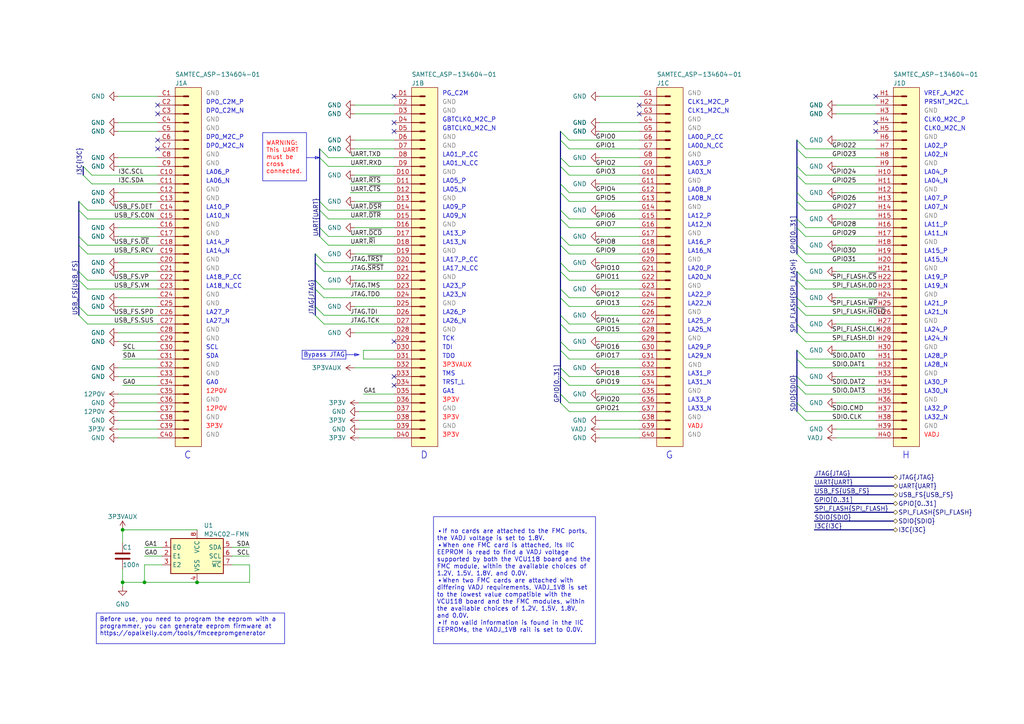
<source format=kicad_sch>
(kicad_sch (version 20230121) (generator eeschema)
  (paper "A4")
  (title_block (title "FMC") (date "2023-03-02") (rev "1.0.7") (company "CHIPS Alliance") (comment 1 "Rui Huang (2023-03-02)") (comment 2 "Rui Huang (2023-03-02)") (comment 4 "Rui Huang (2023-03-02)"))
  (junction (at 41.91 168.91))
  (junction (at 35.56 153.67))
  (junction (at 57.15 168.91))
  (junction (at 35.56 168.91))
  (no_connect (at 114.3 109.22))
  (no_connect (at 114.3 99.06))
  (no_connect (at 254 35.56))
  (no_connect (at 254 27.94))
  (no_connect (at 45.72 33.02))
  (no_connect (at 114.3 35.56))
  (no_connect (at 114.3 27.94))
  (no_connect (at 45.72 30.48))
  (no_connect (at 254 38.1))
  (no_connect (at 114.3 111.76))
  (no_connect (at 185.42 33.02))
  (no_connect (at 185.42 30.48))
  (no_connect (at 45.72 43.18))
  (no_connect (at 45.72 40.64))
  (no_connect (at 114.3 38.1))
  (bus_entry (at 233.68 45.72) (size -2.54 -2.54))
  (bus_entry (at 165.1 104.14) (size -2.54 -2.54))
  (bus_entry (at 93.98 86.36) (size -2.54 -2.54))
  (bus_entry (at 165.1 116.84) (size -2.54 -2.54))
  (bus_entry (at 233.68 88.9) (size -2.54 -2.54))
  (bus_entry (at 233.68 73.66) (size -2.54 -2.54))
  (bus_entry (at 22.86 91.44) (size 2.54 2.54))
  (bus_entry (at 95.25 48.26) (size -2.54 -2.54))
  (bus_entry (at 165.1 111.76) (size -2.54 -2.54))
  (bus_entry (at 95.25 63.5) (size -2.54 -2.54))
  (bus_entry (at 93.98 93.98) (size -2.54 -2.54))
  (bus_entry (at 233.68 83.82) (size -2.54 -2.54))
  (bus_entry (at 233.68 50.8) (size -2.54 -2.54))
  (bus_entry (at 233.68 53.34) (size -2.54 -2.54))
  (bus_entry (at 95.25 45.72) (size -2.54 -2.54))
  (bus_entry (at 165.1 63.5) (size -2.54 -2.54))
  (bus_entry (at 233.68 99.06) (size -2.54 -2.54))
  (bus_entry (at 233.68 81.28) (size -2.54 -2.54))
  (bus_entry (at 165.1 93.98) (size -2.54 -2.54))
  (bus_entry (at 165.1 43.18) (size -2.54 -2.54))
  (bus_entry (at 93.98 78.74) (size -2.54 -2.54))
  (bus_entry (at 165.1 48.26) (size -2.54 -2.54))
  (bus_entry (at 26.67 53.34) (size -2.54 -2.54))
  (bus_entry (at 233.68 66.04) (size -2.54 -2.54))
  (bus_entry (at 22.86 88.9) (size 2.54 2.54))
  (bus_entry (at 22.86 68.58) (size 2.54 2.54))
  (bus_entry (at 26.67 50.8) (size -2.54 -2.54))
  (bus_entry (at 165.1 86.36) (size -2.54 -2.54))
  (bus_entry (at 93.98 83.82) (size -2.54 -2.54))
  (bus_entry (at 233.68 104.14) (size -2.54 -2.54))
  (bus_entry (at 165.1 109.22) (size -2.54 -2.54))
  (bus_entry (at 233.68 106.68) (size -2.54 -2.54))
  (bus_entry (at 93.98 76.2) (size -2.54 -2.54))
  (bus_entry (at 165.1 50.8) (size -2.54 -2.54))
  (bus_entry (at 233.68 58.42) (size -2.54 -2.54))
  (bus_entry (at 92.71 68.58) (size 2.54 2.54))
  (bus_entry (at 165.1 55.88) (size -2.54 -2.54))
  (bus_entry (at 95.25 60.96) (size -2.54 -2.54))
  (bus_entry (at 233.68 76.2) (size -2.54 -2.54))
  (bus_entry (at 233.68 91.44) (size -2.54 -2.54))
  (bus_entry (at 233.68 68.58) (size -2.54 -2.54))
  (bus_entry (at 233.68 119.38) (size -2.54 -2.54))
  (bus_entry (at 165.1 71.12) (size -2.54 -2.54))
  (bus_entry (at 233.68 60.96) (size -2.54 -2.54))
  (bus_entry (at 93.98 91.44) (size -2.54 -2.54))
  (bus_entry (at 233.68 121.92) (size -2.54 -2.54))
  (bus_entry (at 165.1 78.74) (size -2.54 -2.54))
  (bus_entry (at 233.68 114.3) (size -2.54 -2.54))
  (bus_entry (at 233.68 96.52) (size -2.54 -2.54))
  (bus_entry (at 233.68 111.76) (size -2.54 -2.54))
  (bus_entry (at 165.1 66.04) (size -2.54 -2.54))
  (bus_entry (at 22.86 71.12) (size 2.54 2.54))
  (bus_entry (at 22.86 60.96) (size 2.54 2.54))
  (bus_entry (at 165.1 73.66) (size -2.54 -2.54))
  (bus_entry (at 22.86 81.28) (size 2.54 2.54))
  (bus_entry (at 165.1 101.6) (size -2.54 -2.54))
  (bus_entry (at 165.1 40.64) (size -2.54 -2.54))
  (bus_entry (at 165.1 96.52) (size -2.54 -2.54))
  (bus_entry (at 165.1 88.9) (size -2.54 -2.54))
  (bus_entry (at 165.1 119.38) (size -2.54 -2.54))
  (bus_entry (at 22.86 78.74) (size 2.54 2.54))
  (bus_entry (at 95.25 68.58) (size -2.54 -2.54))
  (bus_entry (at 165.1 58.42) (size -2.54 -2.54))
  (bus_entry (at 233.68 43.18) (size -2.54 -2.54))
  (bus_entry (at 165.1 81.28) (size -2.54 -2.54))
  (bus_entry (at 22.86 58.42) (size 2.54 2.54))
  (wire (pts (xy 102.87 33.02) (xy 114.3 33.02)))
  (wire (pts (xy 233.68 99.06) (xy 254 99.06)))
  (wire (pts (xy 233.68 60.96) (xy 254 60.96)))
  (wire (pts (xy 165.1 43.18) (xy 185.42 43.18)))
  (bus (pts (xy 162.56 45.72) (xy 162.56 48.26)))
  (wire (pts (xy 173.99 121.92) (xy 185.42 121.92)))
  (wire (pts (xy 45.72 86.36) (xy 34.29 86.36)))
  (wire (pts (xy 165.1 109.22) (xy 185.42 109.22)))
  (wire (pts (xy 165.1 58.42) (xy 185.42 58.42)))
  (wire (pts (xy 254 119.38) (xy 233.68 119.38)))
  (wire (pts (xy 93.98 76.2) (xy 114.3 76.2)))
  (bus (pts (xy 231.14 50.8) (xy 231.14 55.88)))
  (wire (pts (xy 242.57 101.6) (xy 254 101.6)))
  (wire (pts (xy 35.56 165.1) (xy 35.56 168.91)))
  (bus (pts (xy 92.71 60.96) (xy 92.71 66.04)))
  (wire (pts (xy 233.68 53.34) (xy 254 53.34)))
  (wire (pts (xy 242.57 40.64) (xy 254 40.64)))
  (wire (pts (xy 233.68 104.14) (xy 254 104.14)))
  (wire (pts (xy 41.91 168.91) (xy 57.15 168.91)))
  (wire (pts (xy 95.25 60.96) (xy 114.3 60.96)))
  (bus (pts (xy 162.56 38.1) (xy 162.56 40.64)))
  (bus (pts (xy 91.44 81.28) (xy 91.44 83.82)))
  (wire (pts (xy 114.3 45.72) (xy 95.25 45.72)))
  (bus (pts (xy 236.22 153.67) (xy 259.08 153.67)))
  (bus (pts (xy 231.14 71.12) (xy 231.14 73.66)))
  (wire (pts (xy 242.57 109.22) (xy 254 109.22)))
  (wire (pts (xy 102.87 40.64) (xy 114.3 40.64)))
  (bus (pts (xy 162.56 86.36) (xy 162.56 91.44)))
  (wire (pts (xy 173.99 127) (xy 185.42 127)))
  (wire (pts (xy 25.4 63.5) (xy 45.72 63.5)))
  (polyline (pts (xy 88.9 45.72) (xy 92.71 45.72)))
  (wire (pts (xy 242.57 93.98) (xy 254 93.98)))
  (wire (pts (xy 173.99 83.82) (xy 185.42 83.82)))
  (wire (pts (xy 104.14 119.38) (xy 114.3 119.38)))
  (wire (pts (xy 25.4 91.44) (xy 45.72 91.44)))
  (wire (pts (xy 242.57 78.74) (xy 254 78.74)))
  (polyline (pts (xy 100.33 102.87) (xy 104.14 102.87)))
  (wire (pts (xy 45.72 58.42) (xy 34.29 58.42)))
  (polyline (pts (xy 91.44 46.101) (xy 92.71 45.72)))
  (wire (pts (xy 105.41 101.6) (xy 114.3 101.6)))
  (bus (pts (xy 92.71 45.72) (xy 92.71 58.42)))
  (bus (pts (xy 231.14 55.88) (xy 231.14 58.42)))
  (wire (pts (xy 242.57 86.36) (xy 254 86.36)))
  (wire (pts (xy 41.91 158.75) (xy 46.99 158.75)))
  (bus (pts (xy 162.56 76.2) (xy 162.56 78.74)))
  (bus (pts (xy 22.86 68.58) (xy 22.86 71.12)))
  (polyline (pts (xy 87.63 101.6) (xy 100.33 101.6)))
  (wire (pts (xy 233.68 106.68) (xy 254 106.68)))
  (bus (pts (xy 162.56 48.26) (xy 162.56 53.34)))
  (bus (pts (xy 92.71 58.42) (xy 92.71 60.96)))
  (wire (pts (xy 45.72 48.26) (xy 34.29 48.26)))
  (wire (pts (xy 67.31 158.75) (xy 72.39 158.75)))
  (wire (pts (xy 233.68 91.44) (xy 254 91.44)))
  (bus (pts (xy 92.71 66.04) (xy 92.71 68.58)))
  (wire (pts (xy 72.39 163.83) (xy 72.39 168.91)))
  (bus (pts (xy 91.44 83.82) (xy 91.44 88.9)))
  (bus (pts (xy 162.56 83.82) (xy 162.56 86.36)))
  (bus (pts (xy 162.56 53.34) (xy 162.56 55.88)))
  (wire (pts (xy 102.87 30.48) (xy 114.3 30.48)))
  (bus (pts (xy 231.14 48.26) (xy 231.14 50.8)))
  (wire (pts (xy 45.72 68.58) (xy 34.29 68.58)))
  (wire (pts (xy 233.68 50.8) (xy 254 50.8)))
  (bus (pts (xy 91.44 76.2) (xy 91.44 81.28)))
  (wire (pts (xy 25.4 60.96) (xy 45.72 60.96)))
  (wire (pts (xy 26.67 50.8) (xy 45.72 50.8)))
  (bus (pts (xy 231.14 88.9) (xy 231.14 93.98)))
  (wire (pts (xy 165.1 71.12) (xy 185.42 71.12)))
  (wire (pts (xy 45.72 101.6) (xy 35.56 101.6)))
  (wire (pts (xy 165.1 66.04) (xy 185.42 66.04)))
  (wire (pts (xy 41.91 163.83) (xy 41.91 168.91)))
  (wire (pts (xy 165.1 48.26) (xy 185.42 48.26)))
  (bus (pts (xy 162.56 55.88) (xy 162.56 60.96)))
  (wire (pts (xy 26.67 53.34) (xy 45.72 53.34)))
  (wire (pts (xy 95.25 71.12) (xy 114.3 71.12)))
  (wire (pts (xy 67.31 161.29) (xy 72.39 161.29)))
  (wire (pts (xy 95.25 63.5) (xy 114.3 63.5)))
  (bus (pts (xy 259.08 146.05) (xy 236.22 146.05)))
  (wire (pts (xy 165.1 55.88) (xy 185.42 55.88)))
  (wire (pts (xy 35.56 168.91) (xy 41.91 168.91)))
  (wire (pts (xy 165.1 93.98) (xy 185.42 93.98)))
  (polyline (pts (xy 100.33 101.6) (xy 100.33 104.14)))
  (wire (pts (xy 173.99 27.94) (xy 185.42 27.94)))
  (wire (pts (xy 233.68 111.76) (xy 254 111.76)))
  (bus (pts (xy 231.14 66.04) (xy 231.14 71.12)))
  (wire (pts (xy 242.57 48.26) (xy 254 48.26)))
  (wire (pts (xy 45.72 78.74) (xy 34.29 78.74)))
  (wire (pts (xy 67.31 163.83) (xy 72.39 163.83)))
  (wire (pts (xy 165.1 63.5) (xy 185.42 63.5)))
  (bus (pts (xy 231.14 93.98) (xy 231.14 96.52)))
  (wire (pts (xy 102.87 58.42) (xy 114.3 58.42)))
  (bus (pts (xy 162.56 101.6) (xy 162.56 106.68)))
  (wire (pts (xy 165.1 96.52) (xy 185.42 96.52)))
  (wire (pts (xy 173.99 114.3) (xy 185.42 114.3)))
  (wire (pts (xy 45.72 99.06) (xy 34.29 99.06)))
  (wire (pts (xy 114.3 114.3) (xy 105.41 114.3)))
  (wire (pts (xy 233.68 81.28) (xy 254 81.28)))
  (wire (pts (xy 34.29 119.38) (xy 45.72 119.38)))
  (wire (pts (xy 242.57 71.12) (xy 254 71.12)))
  (bus (pts (xy 259.08 138.43) (xy 236.22 138.43)))
  (wire (pts (xy 104.14 116.84) (xy 114.3 116.84)))
  (bus (pts (xy 231.14 40.64) (xy 231.14 43.18)))
  (wire (pts (xy 173.99 45.72) (xy 185.42 45.72)))
  (wire (pts (xy 45.72 88.9) (xy 34.29 88.9)))
  (wire (pts (xy 34.29 114.3) (xy 45.72 114.3)))
  (wire (pts (xy 45.72 106.68) (xy 34.29 106.68)))
  (bus (pts (xy 231.14 78.74) (xy 231.14 81.28)))
  (wire (pts (xy 173.99 38.1) (xy 185.42 38.1)))
  (bus (pts (xy 162.56 68.58) (xy 162.56 71.12)))
  (bus (pts (xy 22.86 60.96) (xy 22.86 68.58)))
  (wire (pts (xy 233.68 96.52) (xy 254 96.52)))
  (wire (pts (xy 45.72 76.2) (xy 34.29 76.2)))
  (wire (pts (xy 105.41 104.14) (xy 114.3 104.14)))
  (wire (pts (xy 93.98 86.36) (xy 114.3 86.36)))
  (wire (pts (xy 173.99 124.46) (xy 185.42 124.46)))
  (wire (pts (xy 242.57 33.02) (xy 254 33.02)))
  (bus (pts (xy 162.56 114.3) (xy 162.56 116.84)))
  (wire (pts (xy 35.56 153.67) (xy 57.15 153.67)))
  (wire (pts (xy 233.68 43.18) (xy 254 43.18)))
  (bus (pts (xy 162.56 109.22) (xy 162.56 114.3)))
  (wire (pts (xy 34.29 121.92) (xy 45.72 121.92)))
  (bus (pts (xy 22.86 81.28) (xy 22.86 88.9)))
  (wire (pts (xy 105.41 101.6) (xy 105.41 104.14)))
  (wire (pts (xy 104.14 121.92) (xy 114.3 121.92)))
  (wire (pts (xy 254 114.3) (xy 233.68 114.3)))
  (wire (pts (xy 242.57 127) (xy 254 127)))
  (wire (pts (xy 93.98 83.82) (xy 114.3 83.82)))
  (wire (pts (xy 104.14 127) (xy 114.3 127)))
  (wire (pts (xy 25.4 83.82) (xy 45.72 83.82)))
  (wire (pts (xy 25.4 93.98) (xy 45.72 93.98)))
  (wire (pts (xy 233.68 121.92) (xy 254 121.92)))
  (wire (pts (xy 165.1 50.8) (xy 185.42 50.8)))
  (wire (pts (xy 45.72 111.76) (xy 35.56 111.76)))
  (wire (pts (xy 45.72 45.72) (xy 34.29 45.72)))
  (bus (pts (xy 231.14 111.76) (xy 231.14 116.84)))
  (wire (pts (xy 233.68 45.72) (xy 254 45.72)))
  (wire (pts (xy 102.87 50.8) (xy 114.3 50.8)))
  (polyline (pts (xy 102.87 102.489) (xy 102.87 103.251)))
  (bus (pts (xy 259.08 148.59) (xy 236.22 148.59)))
  (bus (pts (xy 162.56 40.64) (xy 162.56 45.72)))
  (wire (pts (xy 233.68 68.58) (xy 254 68.58)))
  (wire (pts (xy 45.72 96.52) (xy 34.29 96.52)))
  (bus (pts (xy 231.14 58.42) (xy 231.14 63.5)))
  (wire (pts (xy 233.68 66.04) (xy 254 66.04)))
  (wire (pts (xy 104.14 124.46) (xy 114.3 124.46)))
  (bus (pts (xy 22.86 71.12) (xy 22.86 78.74)))
  (polyline (pts (xy 91.44 45.339) (xy 91.44 46.101)))
  (wire (pts (xy 173.99 53.34) (xy 185.42 53.34)))
  (bus (pts (xy 24.13 48.26) (xy 24.13 50.8)))
  (wire (pts (xy 173.99 68.58) (xy 185.42 68.58)))
  (wire (pts (xy 242.57 30.48) (xy 254 30.48)))
  (wire (pts (xy 242.57 124.46) (xy 254 124.46)))
  (wire (pts (xy 165.1 101.6) (xy 185.42 101.6)))
  (wire (pts (xy 72.39 168.91) (xy 57.15 168.91)))
  (bus (pts (xy 162.56 78.74) (xy 162.56 83.82)))
  (bus (pts (xy 92.71 43.18) (xy 92.71 45.72)))
  (bus (pts (xy 91.44 88.9) (xy 91.44 91.44)))
  (wire (pts (xy 45.72 27.94) (xy 34.29 27.94)))
  (wire (pts (xy 102.87 43.18) (xy 114.3 43.18)))
  (wire (pts (xy 233.68 73.66) (xy 254 73.66)))
  (bus (pts (xy 162.56 106.68) (xy 162.56 109.22)))
  (wire (pts (xy 102.87 66.04) (xy 114.3 66.04)))
  (wire (pts (xy 173.99 35.56) (xy 185.42 35.56)))
  (bus (pts (xy 162.56 99.06) (xy 162.56 101.6)))
  (bus (pts (xy 22.86 78.74) (xy 22.86 81.28)))
  (wire (pts (xy 165.1 116.84) (xy 185.42 116.84)))
  (wire (pts (xy 173.99 76.2) (xy 185.42 76.2)))
  (wire (pts (xy 165.1 78.74) (xy 185.42 78.74)))
  (wire (pts (xy 41.91 161.29) (xy 46.99 161.29)))
  (wire (pts (xy 93.98 93.98) (xy 114.3 93.98)))
  (wire (pts (xy 34.29 124.46) (xy 45.72 124.46)))
  (wire (pts (xy 165.1 119.38) (xy 185.42 119.38)))
  (bus (pts (xy 231.14 81.28) (xy 231.14 86.36)))
  (bus (pts (xy 231.14 63.5) (xy 231.14 66.04)))
  (bus (pts (xy 162.56 60.96) (xy 162.56 63.5)))
  (wire (pts (xy 35.56 157.48) (xy 35.56 153.67)))
  (polyline (pts (xy 102.87 102.489) (xy 104.14 102.87)))
  (wire (pts (xy 114.3 53.34) (xy 101.6 53.34)))
  (wire (pts (xy 93.98 78.74) (xy 114.3 78.74)))
  (wire (pts (xy 242.57 63.5) (xy 254 63.5)))
  (wire (pts (xy 102.87 106.68) (xy 114.3 106.68)))
  (bus (pts (xy 231.14 109.22) (xy 231.14 111.76)))
  (wire (pts (xy 114.3 48.26) (xy 95.25 48.26)))
  (wire (pts (xy 233.68 88.9) (xy 254 88.9)))
  (wire (pts (xy 25.4 81.28) (xy 45.72 81.28)))
  (wire (pts (xy 165.1 86.36) (xy 185.42 86.36)))
  (wire (pts (xy 102.87 88.9) (xy 114.3 88.9)))
  (bus (pts (xy 162.56 91.44) (xy 162.56 93.98)))
  (wire (pts (xy 165.1 81.28) (xy 185.42 81.28)))
  (bus (pts (xy 22.86 88.9) (xy 22.86 91.44)))
  (wire (pts (xy 233.68 76.2) (xy 254 76.2)))
  (wire (pts (xy 173.99 106.68) (xy 185.42 106.68)))
  (wire (pts (xy 34.29 116.84) (xy 45.72 116.84)))
  (bus (pts (xy 259.08 140.97) (xy 236.22 140.97)))
  (wire (pts (xy 34.29 127) (xy 45.72 127)))
  (wire (pts (xy 233.68 83.82) (xy 254 83.82)))
  (bus (pts (xy 162.56 71.12) (xy 162.56 76.2)))
  (wire (pts (xy 102.87 81.28) (xy 114.3 81.28)))
  (wire (pts (xy 45.72 104.14) (xy 35.56 104.14)))
  (bus (pts (xy 231.14 86.36) (xy 231.14 88.9)))
  (bus (pts (xy 231.14 101.6) (xy 231.14 104.14)))
  (wire (pts (xy 45.72 55.88) (xy 34.29 55.88)))
  (wire (pts (xy 45.72 66.04) (xy 34.29 66.04)))
  (bus (pts (xy 162.56 63.5) (xy 162.56 68.58)))
  (bus (pts (xy 91.44 73.66) (xy 91.44 76.2)))
  (polyline (pts (xy 91.44 45.339) (xy 92.71 45.72)))
  (wire (pts (xy 45.72 35.56) (xy 34.29 35.56)))
  (bus (pts (xy 231.14 43.18) (xy 231.14 48.26)))
  (wire (pts (xy 93.98 91.44) (xy 114.3 91.44)))
  (bus (pts (xy 22.86 58.42) (xy 22.86 60.96)))
  (wire (pts (xy 165.1 40.64) (xy 185.42 40.64)))
  (bus (pts (xy 259.08 143.51) (xy 236.22 143.51)))
  (wire (pts (xy 165.1 73.66) (xy 185.42 73.66)))
  (wire (pts (xy 45.72 38.1) (xy 34.29 38.1)))
  (bus (pts (xy 162.56 93.98) (xy 162.56 99.06)))
  (wire (pts (xy 45.72 109.22) (xy 34.29 109.22)))
  (wire (pts (xy 25.4 71.12) (xy 45.72 71.12)))
  (wire (pts (xy 242.57 116.84) (xy 254 116.84)))
  (bus (pts (xy 231.14 116.84) (xy 231.14 119.38)))
  (wire (pts (xy 173.99 91.44) (xy 185.42 91.44)))
  (wire (pts (xy 41.91 163.83) (xy 46.99 163.83)))
  (wire (pts (xy 102.87 73.66) (xy 114.3 73.66)))
  (wire (pts (xy 173.99 60.96) (xy 185.42 60.96)))
  (wire (pts (xy 233.68 58.42) (xy 254 58.42)))
  (bus (pts (xy 231.14 104.14) (xy 231.14 109.22)))
  (wire (pts (xy 35.56 170.18) (xy 35.56 168.91)))
  (polyline (pts (xy 87.63 104.14) (xy 87.63 101.6)))
  (wire (pts (xy 95.25 68.58) (xy 114.3 68.58)))
  (wire (pts (xy 165.1 88.9) (xy 185.42 88.9)))
  (wire (pts (xy 101.6 55.88) (xy 114.3 55.88)))
  (wire (pts (xy 242.57 55.88) (xy 254 55.88)))
  (wire (pts (xy 165.1 111.76) (xy 185.42 111.76)))
  (wire (pts (xy 165.1 104.14) (xy 185.42 104.14)))
  (polyline (pts (xy 102.87 103.251) (xy 104.14 102.87)))
  (bus (pts (xy 259.08 151.13) (xy 236.22 151.13)))
  (wire (pts (xy 102.87 96.52) (xy 114.3 96.52)))
  (wire (pts (xy 25.4 73.66) (xy 45.72 73.66)))
  (polyline (pts (xy 100.33 104.14) (xy 87.63 104.14)))
  (wire (pts (xy 173.99 99.06) (xy 185.42 99.06)))
  (text_box "•If no cards are attached to the FMC ports, the VADJ voltage is set to 1.8V.\n•When one FMC card is attached, its IIC EEPROM is read to find a VADJ voltage supported by both the VCU118 board and the FMC module, within the available choices of 1.2V, 1.5V, 1.8V, and 0.0V.\n•When two FMC cards are attached with differing VADJ requirements, VADJ_1V8 is set to the lowest value compatible with the VCU118 board and the FMC modules, within the available choices of 1.2V, 1.5V, 1.8V, and 0.0V.\n•If no valid information is found in the IIC EEPROMs, the VADJ_1V8 rail is set to 0.0V." (at 125.73 149.86 0) (size 46.99 36.83) (effects (font (size 1.27 1.27)) (justify left)))
  (text_box "Before use, you need to program the eeprom with a programmer, you can generate eeprom firmware at\nhttps://opalkelly.com/tools/fmceepromgenerator" (at 27.94 177.8 0) (size 54.61 8.89) (effects (font (size 1.27 1.27)) (justify left top)))
  (text_box "WARNING: This UART must be cross connected." (at 76.2 38.481 0) (size 12.7 13.97) (effects (font (size 1.27 1.27)) (justify left)))
  (text "DP0_C2M_P" (at 59.69 30.48 0) (effects (font (size 1.27 1.27)) (justify left bottom)))
  (text "GND" (at 59.69 48.26 0) (effects (font (size 1.27 1.27)) (justify left bottom)))
  (text "GBTCLK0_M2C_P" (at 128.27 35.56 0) (effects (font (size 1.27 1.27)) (justify left bottom)))
  (text "LA18_N_CC" (at 59.69 83.82 0) (effects (font (size 1.27 1.27)) (justify left bottom)))
  (text "LA07_P" (at 267.97 58.42 0) (effects (font (size 1.27 1.27)) (justify left bottom)))
  (text "12P0V" (at 59.69 114.3 0) (effects (font (size 1.27 1.27)) (justify left bottom)))
  (text "LA23_N" (at 128.27 86.36 0) (effects (font (size 1.27 1.27)) (justify left bottom)))
  (text "LA29_P" (at 199.39 101.6 0) (effects (font (size 1.27 1.27)) (justify left bottom)))
  (text "LA14_N" (at 59.69 73.66 0) (effects (font (size 1.27 1.27)) (justify left bottom)))
  (text "GND" (at 199.519 106.7727 0) (effects (font (size 1.27 1.27)) (justify left bottom)))
  (text "LA03_N" (at 199.39 50.8 0) (effects (font (size 1.27 1.27)) (justify left bottom)))
  (text "GND" (at 267.97 124.46 0) (effects (font (size 1.27 1.27)) (justify left bottom)))
  (text "LA23_P" (at 128.27 83.82 0) (effects (font (size 1.27 1.27)) (justify left bottom)))
  (text "3P3V" (at 128.27 127 0) (effects (font (size 1.27 1.27)) (justify left bottom)))
  (text "LA20_P" (at 199.39 78.74 0) (effects (font (size 1.27 1.27)) (justify left bottom)))
  (text "GND" (at 267.97 93.98 0) (effects (font (size 1.27 1.27)) (justify left bottom)))
  (text "GND" (at 59.69 88.9 0) (effects (font (size 1.27 1.27)) (justify left bottom)))
  (text "LA22_P" (at 199.39 86.36 0) (effects (font (size 1.27 1.27)) (justify left bottom)))
  (text "LA21_N" (at 267.97 91.44 0) (effects (font (size 1.27 1.27)) (justify left bottom)))
  (text "LA12_P" (at 199.39 63.5 0) (effects (font (size 1.27 1.27)) (justify left bottom)))
  (text "CLK0_M2C_N" (at 267.97 38.1 0) (effects (font (size 1.27 1.27)) (justify left bottom)))
  (text "D" (at 121.92 133.35 0) (effects (font (size 2.032 2.032)) (justify left bottom)))
  (text "LA15_P" (at 267.97 73.66 0) (effects (font (size 1.27 1.27)) (justify left bottom)))
  (text "GND" (at 128.27 40.64 0) (effects (font (size 1.27 1.27)) (justify left bottom)))
  (text "GND" (at 199.39 91.44 0) (effects (font (size 1.27 1.27)) (justify left bottom)))
  (text "LA30_N" (at 267.97 114.3 0) (effects (font (size 1.27 1.27)) (justify left bottom)))
  (text "GND" (at 59.69 45.72 0) (effects (font (size 1.27 1.27)) (justify left bottom)))
  (text "GND" (at 199.39 121.92 0) (effects (font (size 1.27 1.27)) (justify left bottom)))
  (text "GND" (at 199.39 83.82 0) (effects (font (size 1.27 1.27)) (justify left bottom)))
  (text "GND" (at 128.27 73.66 0) (effects (font (size 1.27 1.27)) (justify left bottom)))
  (text "LA01_N_CC" (at 128.27 48.26 0) (effects (font (size 1.27 1.27)) (justify left bottom)))
  (text "GND" (at 59.69 68.58 0) (effects (font (size 1.27 1.27)) (justify left bottom)))
  (text "SDA" (at 59.69 104.14 0) (effects (font (size 1.27 1.27)) (justify left bottom)))
  (text "GND" (at 267.97 55.88 0) (effects (font (size 1.27 1.27)) (justify left bottom)))
  (text "LA14_P" (at 59.69 71.12 0) (effects (font (size 1.27 1.27)) (justify left bottom)))
  (text "LA19_N" (at 267.97 83.82 0) (effects (font (size 1.27 1.27)) (justify left bottom)))
  (text "LA03_P" (at 199.39 48.26 0) (effects (font (size 1.27 1.27)) (justify left bottom)))
  (text "GND" (at 59.69 27.94 0) (effects (font (size 1.27 1.27)) (justify left bottom)))
  (text "LA01_P_CC" (at 128.27 45.72 0) (effects (font (size 1.27 1.27)) (justify left bottom)))
  (text "GND" (at 59.69 38.1 0) (effects (font (size 1.27 1.27)) (justify left bottom)))
  (text "SCL" (at 59.69 101.6 0) (effects (font (size 1.27 1.27)) (justify left bottom)))
  (text "GND" (at 128.27 66.04 0) (effects (font (size 1.27 1.27)) (justify left bottom)))
  (text "VADJ" (at 267.97 127 0) (effects (font (size 1.27 1.27)) (justify left bottom)))
  (text "LA18_P_CC" (at 59.69 81.28 0) (effects (font (size 1.27 1.27)) (justify left bottom)))
  (text "GA0" (at 59.69 111.76 0) (effects (font (size 1.27 1.27)) (justify left bottom)))
  (text "GND" (at 267.97 101.6 0) (effects (font (size 1.27 1.27)) (justify left bottom)))
  (text "LA05_P" (at 128.27 53.34 0) (effects (font (size 1.27 1.27)) (justify left bottom)))
  (text "GND" (at 128.27 50.8 0) (effects (font (size 1.27 1.27)) (justify left bottom)))
  (text "LA25_P" (at 199.39 93.98 0) (effects (font (size 1.27 1.27)) (justify left bottom)))
  (text "PRSNT_M2C_L" (at 267.97 30.48 0) (effects (font (size 1.27 1.27)) (justify left bottom)))
  (text "GND" (at 59.69 121.92 0) (effects (font (size 1.27 1.27)) (justify left bottom)))
  (text "GND" (at 267.97 71.12 0) (effects (font (size 1.27 1.27)) (justify left bottom)))
  (text "GND" (at 267.97 33.02 0) (effects (font (size 1.27 1.27)) (justify left bottom)))
  (text "12P0V" (at 59.69 119.38 0) (effects (font (size 1.27 1.27)) (justify left bottom)))
  (text "GND" (at 199.39 127 0) (effects (font (size 1.27 1.27)) (justify left bottom)))
  (text "LA12_N" (at 199.39 66.04 0) (effects (font (size 1.27 1.27)) (justify left bottom)))
  (text "3P3V" (at 59.69 124.46 0) (effects (font (size 1.27 1.27)) (justify left bottom)))
  (text "LA10_N" (at 59.69 63.5 0) (effects (font (size 1.27 1.27)) (justify left bottom)))
  (text "GND" (at 128.27 96.52 0) (effects (font (size 1.27 1.27)) (justify left bottom)))
  (text "LA04_N" (at 267.97 53.34 0) (effects (font (size 1.27 1.27)) (justify left bottom)))
  (text "TCK" (at 128.27 99.06 0) (effects (font (size 1.27 1.27)) (justify left bottom)))
  (text "GND" (at 128.27 43.18 0) (effects (font (size 1.27 1.27)) (justify left bottom)))
  (text "DP0_M2C_P" (at 59.69 40.64 0) (effects (font (size 1.27 1.27)) (justify left bottom)))
  (text "CLK1_M2C_N" (at 199.39 33.02 0) (effects (font (size 1.27 1.27)) (justify left bottom)))
  (text "GND" (at 59.69 127 0) (effects (font (size 1.27 1.27)) (justify left bottom)))
  (text "GND" (at 199.39 68.58 0) (effects (font (size 1.27 1.27)) (justify left bottom)))
  (text "LA06_N" (at 59.69 53.34 0) (effects (font (size 1.27 1.27)) (justify left bottom)))
  (text "LA15_N" (at 267.97 76.2 0) (effects (font (size 1.27 1.27)) (justify left bottom)))
  (text "TDI" (at 128.27 101.6 0) (effects (font (size 1.27 1.27)) (justify left bottom)))
  (text "LA16_N" (at 199.39 73.66 0) (effects (font (size 1.27 1.27)) (justify left bottom)))
  (text "GND" (at 267.97 86.36 0) (effects (font (size 1.27 1.27)) (justify left bottom)))
  (text "GND" (at 59.69 96.52 0) (effects (font (size 1.27 1.27)) (justify left bottom)))
  (text "GND" (at 59.69 116.84 0) (effects (font (size 1.27 1.27)) (justify left bottom)))
  (text "GND" (at 199.39 99.06 0) (effects (font (size 1.27 1.27)) (justify left bottom)))
  (text "LA13_N" (at 128.27 71.12 0) (effects (font (size 1.27 1.27)) (justify left bottom)))
  (text "LA19_P" (at 267.97 81.28 0) (effects (font (size 1.27 1.27)) (justify left bottom)))
  (text "PG_C2M" (at 128.27 27.94 0) (effects (font (size 1.27 1.27)) (justify left bottom)))
  (text "GND" (at 199.39 114.3 0) (effects (font (size 1.27 1.27)) (justify left bottom)))
  (text "TRST_L" (at 128.27 111.76 0) (effects (font (size 1.27 1.27)) (justify left bottom)))
  (text "GND" (at 267.97 109.22 0) (effects (font (size 1.27 1.27)) (justify left bottom)))
  (text "LA00_N_CC" (at 199.39 43.18 0) (effects (font (size 1.27 1.27)) (justify left bottom)))
  (text "LA29_N" (at 199.39 104.14 0) (effects (font (size 1.27 1.27)) (justify left bottom)))
  (text "GND" (at 59.69 76.2 0) (effects (font (size 1.27 1.27)) (justify left bottom)))
  (text "LA26_P" (at 128.27 91.44 0) (effects (font (size 1.27 1.27)) (justify left bottom)))
  (text "LA11_P" (at 267.97 66.04 0) (effects (font (size 1.27 1.27)) (justify left bottom)))
  (text "GND" (at 199.39 60.96 0) (effects (font (size 1.27 1.27)) (justify left bottom)))
  (text "LA10_P" (at 59.69 60.96 0) (effects (font (size 1.27 1.27)) (justify left bottom)))
  (text "TMS" (at 128.27 109.22 0) (effects (font (size 1.27 1.27)) (justify left bottom)))
  (text "GND" (at 199.39 35.56 0) (effects (font (size 1.27 1.27)) (justify left bottom)))
  (text "LA28_P" (at 267.97 104.14 0) (effects (font (size 1.27 1.27)) (justify left bottom)))
  (text "Bypass JTAG" (at 88.011 103.759 0) (effects (font (size 1.27 1.27)) (justify left bottom)))
  (text "LA28_N" (at 267.97 106.68 0) (effects (font (size 1.27 1.27)) (justify left bottom)))
  (text "GND" (at 59.69 66.04 0) (effects (font (size 1.27 1.27)) (justify left bottom)))
  (text "GND" (at 128.27 119.38 0) (effects (font (size 1.27 1.27)) (justify left bottom)))
  (text "GND" (at 128.27 30.48 0) (effects (font (size 1.27 1.27)) (justify left bottom)))
  (text "LA13_P" (at 128.27 68.58 0) (effects (font (size 1.27 1.27)) (justify left bottom)))
  (text "LA06_P" (at 59.69 50.8 0) (effects (font (size 1.27 1.27)) (justify left bottom)))
  (text "GND" (at 128.27 81.28 0) (effects (font (size 1.27 1.27)) (justify left bottom)))
  (text "LA20_N" (at 199.39 81.28 0) (effects (font (size 1.27 1.27)) (justify left bottom)))
  (text "H" (at 261.62 133.35 0) (effects (font (size 2.032 2.032)) (justify left bottom)))
  (text "GBTCLK0_M2C_N" (at 128.27 38.1 0) (effects (font (size 1.27 1.27)) (justify left bottom)))
  (text "GND" (at 128.27 33.02 0) (effects (font (size 1.27 1.27)) (justify left bottom)))
  (text "GND" (at 59.69 35.56 0) (effects (font (size 1.27 1.27)) (justify left bottom)))
  (text "GND" (at 128.27 58.42 0) (effects (font (size 1.27 1.27)) (justify left bottom)))
  (text "CLK0_M2C_P" (at 267.97 35.56 0) (effects (font (size 1.27 1.27)) (justify left bottom)))
  (text "LA07_N" (at 267.97 60.96 0) (effects (font (size 1.27 1.27)) (justify left bottom)))
  (text "LA08_P" (at 199.39 55.88 0) (effects (font (size 1.27 1.27)) (justify left bottom)))
  (text "TDO" (at 128.27 104.14 0) (effects (font (size 1.27 1.27)) (justify left bottom)))
  (text "LA08_N" (at 199.39 58.42 0) (effects (font (size 1.27 1.27)) (justify left bottom)))
  (text "C" (at 53.34 133.35 0) (effects (font (size 2.032 2.032)) (justify left bottom)))
  (text "LA16_P" (at 199.39 71.12 0) (effects (font (size 1.27 1.27)) (justify left bottom)))
  (text "3P3V" (at 128.27 121.92 0) (effects (font (size 1.27 1.27)) (justify left bottom)))
  (text "VADJ" (at 199.39 124.46 0) (effects (font (size 1.27 1.27)) (justify left bottom)))
  (text "GND" (at 128.27 124.46 0) (effects (font (size 1.27 1.27)) (justify left bottom)))
  (text "GND" (at 59.69 58.42 0) (effects (font (size 1.27 1.27)) (justify left bottom)))
  (text "LA27_N" (at 59.69 93.98 0) (effects (font (size 1.27 1.27)) (justify left bottom)))
  (text "LA05_N" (at 128.27 55.88 0) (effects (font (size 1.27 1.27)) (justify left bottom)))
  (text "LA11_N" (at 267.97 68.58 0) (effects (font (size 1.27 1.27)) (justify left bottom)))
  (text "CLK1_M2C_P" (at 199.39 30.48 0) (effects (font (size 1.27 1.27)) (justify left bottom)))
  (text "GND" (at 199.39 45.72 0) (effects (font (size 1.27 1.27)) (justify left bottom)))
  (text "GA1" (at 128.27 114.3 0) (effects (font (size 1.27 1.27)) (justify left bottom)))
  (text "GND" (at 59.69 86.36 0) (effects (font (size 1.27 1.27)) (justify left bottom)))
  (text "LA17_P_CC" (at 128.27 76.2 0) (effects (font (size 1.27 1.27)) (justify left bottom)))
  (text "3P3V" (at 128.27 116.84 0) (effects (font (size 1.27 1.27)) (justify left bottom)))
  (text "LA33_N" (at 199.39 119.38 0) (effects (font (size 1.27 1.27)) (justify left bottom)))
  (text "G" (at 193.04 133.35 0) (effects (font (size 2.032 2.032)) (justify left bottom)))
  (text "GND" (at 267.97 116.84 0) (effects (font (size 1.27 1.27)) (justify left bottom)))
  (text "GND" (at 59.69 78.74 0) (effects (font (size 1.27 1.27)) (justify left bottom)))
  (text "LA22_N" (at 199.39 88.9 0) (effects (font (size 1.27 1.27)) (justify left bottom)))
  (text "LA31_N" (at 199.39 111.76 0) (effects (font (size 1.27 1.27)) (justify left bottom)))
  (text "LA02_N" (at 267.97 45.72 0) (effects (font (size 1.27 1.27)) (justify left bottom)))
  (text "GND" (at 267.97 40.64 0) (effects (font (size 1.27 1.27)) (justify left bottom)))
  (text "GND" (at 199.39 38.1 0) (effects (font (size 1.27 1.27)) (justify left bottom)))
  (text "GND" (at 59.69 55.88 0) (effects (font (size 1.27 1.27)) (justify left bottom)))
  (text "LA27_P" (at 59.69 91.44 0) (effects (font (size 1.27 1.27)) (justify left bottom)))
  (text "LA00_P_CC" (at 199.39 40.64 0) (effects (font (size 1.27 1.27)) (justify left bottom)))
  (text "GND" (at 199.39 27.94 0) (effects (font (size 1.27 1.27)) (justify left bottom)))
  (text "GND" (at 59.69 106.68 0) (effects (font (size 1.27 1.27)) (justify left bottom)))
  (text "GND" (at 267.97 78.74 0) (effects (font (size 1.27 1.27)) (justify left bottom)))
  (text "VREF_A_M2C" (at 267.97 27.94 0) (effects (font (size 1.27 1.27)) (justify left bottom)))
  (text "LA21_P" (at 267.97 88.9 0) (effects (font (size 1.27 1.27)) (justify left bottom)))
  (text "3P3VAUX" (at 128.27 106.68 0) (effects (font (size 1.27 1.27)) (justify left bottom)))
  (text "LA32_N" (at 267.97 121.92 0) (effects (font (size 1.27 1.27)) (justify left bottom)))
  (text "LA26_N" (at 128.27 93.98 0) (effects (font (size 1.27 1.27)) (justify left bottom)))
  (text "GND" (at 199.39 53.34 0) (effects (font (size 1.27 1.27)) (justify left bottom)))
  (text "GND" (at 267.97 63.5 0) (effects (font (size 1.27 1.27)) (justify left bottom)))
  (text "DP0_M2C_N" (at 59.69 43.18 0) (effects (font (size 1.27 1.27)) (justify left bottom)))
  (text "LA33_P" (at 199.39 116.84 0) (effects (font (size 1.27 1.27)) (justify left bottom)))
  (text "LA24_N" (at 267.97 99.06 0) (effects (font (size 1.27 1.27)) (justify left bottom)))
  (text "LA09_N" (at 128.27 63.5 0) (effects (font (size 1.27 1.27)) (justify left bottom)))
  (text "LA02_P" (at 267.97 43.18 0) (effects (font (size 1.27 1.27)) (justify left bottom)))
  (text "LA31_P" (at 199.39 109.22 0) (effects (font (size 1.27 1.27)) (justify left bottom)))
  (text "GND" (at 199.39 76.2 0) (effects (font (size 1.27 1.27)) (justify left bottom)))
  (text "LA24_P" (at 267.97 96.52 0) (effects (font (size 1.27 1.27)) (justify left bottom)))
  (text "LA30_P" (at 267.97 111.76 0) (effects (font (size 1.27 1.27)) (justify left bottom)))
  (text "LA09_P" (at 128.27 60.96 0) (effects (font (size 1.27 1.27)) (justify left bottom)))
  (text "GND" (at 59.69 99.06 0) (effects (font (size 1.27 1.27)) (justify left bottom)))
  (text "LA17_N_CC" (at 128.27 78.74 0) (effects (font (size 1.27 1.27)) (justify left bottom)))
  (text "LA25_N" (at 199.39 96.52 0) (effects (font (size 1.27 1.27)) (justify left bottom)))
  (text "GND" (at 267.97 48.26 0) (effects (font (size 1.27 1.27)) (justify left bottom)))
  (text "DP0_C2M_N" (at 59.69 33.02 0) (effects (font (size 1.27 1.27)) (justify left bottom)))
  (text "LA32_P" (at 267.97 119.38 0) (effects (font (size 1.27 1.27)) (justify left bottom)))
  (text "GND" (at 128.27 88.9 0) (effects (font (size 1.27 1.27)) (justify left bottom)))
  (text "GND" (at 59.69 109.22 0) (effects (font (size 1.27 1.27)) (justify left bottom)))
  (text "LA04_P" (at 267.97 50.8 0) (effects (font (size 1.27 1.27)) (justify left bottom)))
  (label "SDIO.DAT2" (at 241.3 111.76 0))
  (label "SPI_FLASH.DI" (at 241.3 99.06 0))
  (label "USB_FS.DET" (at 33.02 60.96 0))
  (label "USB_FS.VP" (at 33.02 81.28 0))
  (label "I3C{I3C}" (at 236.22 153.67 0))
  (label "GPIO9" (at 172.72 73.66 0))
  (label "UART.~{RI}" (at 101.6 71.12 0))
  (label "GPIO13" (at 172.72 88.9 0))
  (label "GPIO[0..31]" (at 236.22 146.05 0))
  (label "GPIO[0..31]" (at 162.56 116.84 90))
  (label "UART.~{DCD}" (at 101.6 68.58 0))
  (label "USB_FS.SPD" (at 33.02 91.44 0))
  (label "UART.RXD" (at 101.6 48.26 0))
  (label "UART{UART}" (at 92.71 68.58 90))
  (label "SPI_FLASH.~{HOLD}" (at 241.3 91.44 0))
  (label "GPIO2" (at 172.72 48.26 0))
  (label "SDA" (at 35.56 104.14 0))
  (label "GPIO[0..31]" (at 231.14 73.66 90))
  (label "SDIO.CMD" (at 241.3 119.38 0))
  (label "SCL" (at 35.56 101.6 0))
  (label "JTAG.~{TRST}" (at 101.6 76.2 0))
  (label "GPIO27" (at 241.3 60.96 0))
  (label "UART.~{DSR}" (at 101.6 60.96 0))
  (label "JTAG.TCK" (at 101.6 93.98 0))
  (label "GA1" (at 105.41 114.3 0))
  (label "USB_FS.CON" (at 33.02 63.5 0))
  (label "UART.~{DTR}" (at 101.6 63.5 0))
  (label "GPIO17" (at 172.72 104.14 0))
  (label "GPIO14" (at 172.72 93.98 0))
  (label "GPIO8" (at 172.72 71.12 0))
  (label "GPIO20" (at 172.72 116.84 0))
  (label "USB_FS.RCV" (at 33.02 73.66 0))
  (label "GPIO28" (at 241.3 66.04 0))
  (label "JTAG{JTAG}" (at 236.22 138.43 0))
  (label "GPIO16" (at 172.72 101.6 0))
  (label "GPIO29" (at 241.3 68.58 0))
  (label "SCL" (at 72.39 161.29 180))
  (label "GPIO6" (at 172.72 63.5 0))
  (label "SDIO{SDIO}" (at 236.22 151.13 0))
  (label "SDIO.DAT1" (at 241.3 106.68 0))
  (label "SPI_FLASH{SPI_FLASH}" (at 231.14 96.52 90))
  (label "USB_FS.SUS" (at 33.02 93.98 0))
  (label "GPIO31" (at 241.3 76.2 0))
  (label "SDIO.CLK" (at 241.3 121.92 0))
  (label "GPIO1" (at 172.72 43.18 0))
  (label "JTAG.TDI" (at 101.6 91.44 0))
  (label "USB_FS{USB_FS}" (at 22.86 91.44 90))
  (label "UART.TXD" (at 101.6 45.72 0))
  (label "JTAG{JTAG}" (at 91.44 91.44 90))
  (label "SPI_FLASH{SPI_FLASH}" (at 236.22 148.59 0))
  (label "I3C.SCL" (at 34.29 50.8 0))
  (label "GA1" (at 41.91 158.75 0))
  (label "JTAG.~{SRST}" (at 101.6 78.74 0))
  (label "GPIO10" (at 172.72 78.74 0))
  (label "GPIO30" (at 241.3 73.66 0))
  (label "SDIO.DAT0" (at 241.3 104.14 0))
  (label "GPIO11" (at 172.72 81.28 0))
  (label "GPIO18" (at 172.72 109.22 0))
  (label "GPIO21" (at 172.72 119.38 0))
  (label "GPIO26" (at 241.3 58.42 0))
  (label "GPIO5" (at 172.72 58.42 0))
  (label "UART.~{RTS}" (at 101.6 53.34 0))
  (label "JTAG.TDO" (at 101.6 86.36 0))
  (label "GPIO22" (at 241.3 43.18 0))
  (label "SPI_FLASH.~{WP}" (at 241.3 88.9 0))
  (label "SDIO.DAT3" (at 241.3 114.3 0))
  (label "GPIO7" (at 172.72 66.04 0))
  (label "SDIO{SDIO}" (at 231.14 119.38 90))
  (label "GA0" (at 35.56 111.76 0))
  (label "I3C{I3C}" (at 24.13 50.8 90))
  (label "JTAG.TMS" (at 101.6 83.82 0))
  (label "UART.~{CTS}" (at 101.6 55.88 0))
  (label "UART{UART}" (at 236.22 140.97 0))
  (label "I3C.SDA" (at 34.29 53.34 0))
  (label "SDA" (at 72.39 158.75 180))
  (label "GA0" (at 41.91 161.29 0))
  (label "GPIO12" (at 172.72 86.36 0))
  (label "SPI_FLASH.DO" (at 241.3 83.82 0))
  (label "SPI_FLASH.CLK" (at 241.3 96.52 0))
  (label "GPIO4" (at 172.72 55.88 0))
  (label "GPIO25" (at 241.3 53.34 0))
  (label "GPIO0" (at 172.72 40.64 0))
  (label "GPIO3" (at 172.72 50.8 0))
  (label "GPIO19" (at 172.72 111.76 0))
  (label "GPIO23" (at 241.3 45.72 0))
  (label "GPIO15" (at 172.72 96.52 0))
  (label "USB_FS.VM" (at 33.02 83.82 0))
  (label "SPI_FLASH.~{CS}" (at 241.3 81.28 0))
  (label "GPIO24" (at 241.3 50.8 0))
  (label "USB_FS{USB_FS}" (at 236.22 143.51 0))
  (label "USB_FS.~{OE}" (at 33.02 71.12 0))
  (hierarchical_label "UART{UART}" (shape tri_state) (at 259.08 140.97 0))
  (hierarchical_label "USB_FS{USB_FS}" (shape tri_state) (at 259.08 143.51 0))
  (hierarchical_label "JTAG{JTAG}" (shape bidirectional) (at 259.08 138.43 0))
  (hierarchical_label "GPIO[0..31]" (shape bidirectional) (at 259.08 146.05 0))
  (hierarchical_label "SDIO{SDIO}" (shape bidirectional) (at 259.08 151.13 0))
  (hierarchical_label "SPI_FLASH{SPI_FLASH}" (shape bidirectional) (at 259.08 148.59 0))
  (hierarchical_label "I3C{I3C}" (shape bidirectional) (at 259.08 153.67 0))
  (symbol (lib_id "CHIPSAlliance_Power:GND") (at 242.57 40.64 270) (unit 1)
    (property "Reference" "#PWR06" (effects hide))
    (property "Value" "GND" (at 238.76 40.64 90) (effects (justify right)))
  )
  (symbol (lib_id "CHIPSAlliance_Power:GND") (at 102.87 30.48 270) (unit 1)
    (property "Reference" "#PWR037" (effects hide))
    (property "Value" "GND" (at 99.06 30.48 90) (effects (justify right)))
  )
  (symbol (lib_id "CHIPSAlliance_Power:3P3VAUX") (at 102.87 106.68 90) (unit 1)
    (property "Reference" "#PWR01" (effects hide))
    (property "Value" "3P3VAUX" (at 99.06 106.68 90) (effects (justify left)))
  )
  (symbol (lib_id "CHIPSAlliance_Power:GND") (at 34.29 88.9 270) (unit 1)
    (property "Reference" "#PWR066" (effects hide))
    (property "Value" "GND" (at 30.48 88.9 90) (effects (justify right)))
  )
  (symbol (lib_id "CHIPSAlliance_Power:GND") (at 102.87 88.9 270) (unit 1)
    (property "Reference" "#PWR046" (effects hide))
    (property "Value" "GND" (at 99.06 88.9 90) (effects (justify right)))
  )
  (symbol (lib_id "CHIPSAlliance_Power:GND") (at 102.87 66.04 270) (unit 1)
    (property "Reference" "#PWR043" (effects hide))
    (property "Value" "GND" (at 99.06 66.04 90) (effects (justify right)))
  )
  (symbol (lib_id "Device:C") (at 35.56 161.29 0) (unit 1)
    (property "Reference" "C1" (at 35.56 158.75 0) (effects (justify left)))
    (property "Value" "100n" (at 35.56 163.83 0) (effects (justify left)))
    (property "Footprint" "Capacitor_SMD:C_0402_1005Metric" (effects hide))
  )
  (symbol (lib_id "CHIPSAlliance_Power:GND") (at 173.99 35.56 270) (unit 1)
    (property "Reference" "#PWR021" (effects hide))
    (property "Value" "GND" (at 170.18 35.56 90) (effects (justify right)))
  )
  (symbol (lib_id "CHIPSAlliance_Power:GND") (at 34.29 55.88 270) (unit 1)
    (property "Reference" "#PWR059" (effects hide))
    (property "Value" "GND" (at 30.48 55.88 90) (effects (justify right)))
  )
  (symbol (lib_id "CHIPSAlliance_Power:3P3VAUX") (at 35.56 153.67 0) (unit 1)
    (property "Reference" "#PWR073" (effects hide))
    (property "Value" "3P3VAUX" (at 35.56 149.86 0))
  )
  (symbol (lib_id "CHIPSAlliance_Power:GND") (at 242.57 116.84 270) (unit 1)
    (property "Reference" "#PWR016" (effects hide))
    (property "Value" "GND" (at 238.76 116.84 90) (effects (justify right)))
  )
  (symbol (lib_id "CHIPSAlliance_Power:GND") (at 242.57 101.6 270) (unit 1)
    (property "Reference" "#PWR014" (effects hide))
    (property "Value" "GND" (at 238.76 101.6 90) (effects (justify right)))
  )
  (symbol (lib_id "CHIPSAlliance_Power:VADJ") (at 173.99 124.46 90) (unit 1)
    (property "Reference" "#PWR053" (effects hide))
    (property "Value" "VADJ" (at 170.18 124.46 90) (effects (justify left)))
  )
  (symbol (lib_id "CHIPSAlliance_Power:12P0V") (at 34.29 114.3 90) (unit 1)
    (property "Reference" "#PWR035" (effects hide))
    (property "Value" "12P0V" (at 30.48 114.3 90) (effects (justify left)))
  )
  (symbol (lib_id "CHIPSAlliance_Power:GND") (at 173.99 68.58 270) (unit 1)
    (property "Reference" "#PWR026" (effects hide))
    (property "Value" "GND" (at 170.18 68.58 90) (effects (justify right)))
  )
  (symbol (lib_id "CHIPSAlliance_Power:3P3V") (at 104.14 127 90) (unit 1)
    (property "Reference" "#PWR0266" (effects hide))
    (property "Value" "3P3V" (at 100.33 127 90) (effects (justify left)))
    (instances (project "fmc_usb_gpio_spi_jtag" (path "" (reference "#PWR0266") (unit 1)) (path "" (reference "#PWR049") (unit 1))))
  )
  (symbol (lib_id "CHIPSAlliance_Power:3P3V") (at 104.14 121.92 90) (unit 1)
    (property "Reference" "#PWR0266" (effects hide))
    (property "Value" "3P3V" (at 100.33 121.92 90) (effects (justify left)))
    (instances (project "fmc_usb_gpio_spi_jtag" (path "" (reference "#PWR0266") (unit 1)) (path "" (reference "#PWR036") (unit 1))))
  )
  (symbol (lib_id "CHIPSAlliance_Power:GND") (at 102.87 43.18 270) (unit 1)
    (property "Reference" "#PWR040" (effects hide))
    (property "Value" "GND" (at 99.06 43.18 90) (effects (justify right)))
  )
  (symbol (lib_id "CHIPSAlliance_Power:GND") (at 173.99 91.44 270) (unit 1)
    (property "Reference" "#PWR029" (effects hide))
    (property "Value" "GND" (at 170.18 91.44 90) (effects (justify right)))
  )
  (symbol (lib_id "CHIPSAlliance_Power:3P3V") (at 34.29 124.46 90) (unit 1)
    (property "Reference" "#PWR0266" (effects hide))
    (property "Value" "3P3V" (at 30.48 124.46 90) (effects (justify left)))
    (instances (project "fmc_usb_gpio_spi_jtag" (path "" (reference "#PWR0266") (unit 1)) (path "" (reference "#PWR051") (unit 1))))
  )
  (symbol (lib_id "CHIPSAlliance_Power:GND") (at 102.87 33.02 270) (unit 1)
    (property "Reference" "#PWR038" (effects hide))
    (property "Value" "GND" (at 99.06 33.02 90) (effects (justify right)))
  )
  (symbol (lib_id "CHIPSAlliance_Power:GND") (at 242.57 93.98 270) (unit 1)
    (property "Reference" "#PWR013" (effects hide))
    (property "Value" "GND" (at 238.76 93.98 90) (effects (justify right)))
  )
  (symbol (lib_id "CHIPSAlliance_Power:12P0V") (at 34.29 119.38 90) (unit 1)
    (property "Reference" "#PWR052" (effects hide))
    (property "Value" "12P0V" (at 30.48 119.38 90) (effects (justify left)))
  )
  (symbol (lib_id "CHIPSAlliance_Connector:Samtec_ASP-134604-01") (at 259.08 25.4 0) (unit 4)
    (property "Reference" "J1" (at 259.08 24.13 0) (effects (justify left)))
    (property "Value" "SAMTEC_ASP-134604-01" (at 259.08 21.59 0) (effects (justify left)))
    (property "Footprint" "CHIPSAlliance_Connector:Samtec_FMC_ASP-134604-01_4x40_P1.27mm" (effects hide))
    (property "Datasheet" "http://suddendocs.samtec.com/prints/asp-134604-01-mkt.pdf" (effects hide))
  )
  (symbol (lib_id "CHIPSAlliance_Power:GND") (at 173.99 38.1 270) (unit 1)
    (property "Reference" "#PWR022" (effects hide))
    (property "Value" "GND" (at 170.18 38.1 90) (effects (justify right)))
  )
  (symbol (lib_id "CHIPSAlliance_Power:GND") (at 173.99 106.68 270) (unit 1)
    (property "Reference" "#PWR031" (effects hide))
    (property "Value" "GND" (at 170.18 106.68 90) (effects (justify right)))
  )
  (symbol (lib_id "CHIPSAlliance_Power:GND") (at 34.29 45.72 270) (unit 1)
    (property "Reference" "#PWR057" (effects hide))
    (property "Value" "GND" (at 30.48 45.72 90) (effects (justify right)))
  )
  (symbol (lib_id "CHIPSAlliance_Power:GND") (at 102.87 81.28 270) (unit 1)
    (property "Reference" "#PWR045" (effects hide))
    (property "Value" "GND" (at 99.06 81.28 90) (effects (justify right)))
  )
  (symbol (lib_id "CHIPSAlliance_Power:GND") (at 173.99 60.96 270) (unit 1)
    (property "Reference" "#PWR025" (effects hide))
    (property "Value" "GND" (at 170.18 60.96 90) (effects (justify right)))
  )
  (symbol (lib_id "CHIPSAlliance_Power:GND") (at 173.99 53.34 270) (unit 1)
    (property "Reference" "#PWR024" (effects hide))
    (property "Value" "GND" (at 170.18 53.34 90) (effects (justify right)))
  )
  (symbol (lib_id "CHIPSAlliance_Power:GND") (at 34.29 27.94 270) (unit 1)
    (property "Reference" "#PWR054" (effects hide))
    (property "Value" "GND" (at 30.48 27.94 90) (effects (justify right)))
  )
  (symbol (lib_id "CHIPSAlliance_Power:GND") (at 34.29 35.56 270) (unit 1)
    (property "Reference" "#PWR055" (effects hide))
    (property "Value" "GND" (at 30.48 35.56 90) (effects (justify right)))
  )
  (symbol (lib_id "CHIPSAlliance_Power:GND") (at 173.99 99.06 270) (unit 1)
    (property "Reference" "#PWR030" (effects hide))
    (property "Value" "GND" (at 170.18 99.06 90) (effects (justify right)))
  )
  (symbol (lib_id "CHIPSAlliance_Power:GND") (at 34.29 99.06 270) (unit 1)
    (property "Reference" "#PWR068" (effects hide))
    (property "Value" "GND" (at 30.48 99.06 90) (effects (justify right)))
  )
  (symbol (lib_id "CHIPSAlliance_Power:GND") (at 35.56 170.18 0) (unit 1)
    (property "Reference" "#PWR02" (effects hide))
    (property "Value" "GND" (at 35.56 175.26 0))
  )
  (symbol (lib_id "CHIPSAlliance_Power:GND") (at 242.57 63.5 270) (unit 1)
    (property "Reference" "#PWR09" (effects hide))
    (property "Value" "GND" (at 238.76 63.5 90) (effects (justify right)))
  )
  (symbol (lib_id "CHIPSAlliance_Power:GND") (at 173.99 76.2 270) (unit 1)
    (property "Reference" "#PWR027" (effects hide))
    (property "Value" "GND" (at 170.18 76.2 90) (effects (justify right)))
  )
  (symbol (lib_id "CHIPSAlliance_Power:GND") (at 173.99 121.92 270) (unit 1)
    (property "Reference" "#PWR033" (effects hide))
    (property "Value" "GND" (at 170.18 121.92 90) (effects (justify right)))
  )
  (symbol (lib_id "CHIPSAlliance_Power:GND") (at 242.57 30.48 270) (unit 1)
    (property "Reference" "#PWR04" (effects hide))
    (property "Value" "GND" (at 238.76 30.48 90) (effects (justify right)))
  )
  (symbol (lib_id "CHIPSAlliance_Connector:Samtec_ASP-134604-01") (at 50.8 25.4 0) (unit 1)
    (property "Reference" "J1" (at 50.8 24.13 0) (effects (justify left)))
    (property "Value" "SAMTEC_ASP-134604-01" (at 50.8 21.59 0) (effects (justify left)))
    (property "Footprint" "CHIPSAlliance_Connector:Samtec_FMC_ASP-134604-01_4x40_P1.27mm" (effects hide))
    (property "Datasheet" "http://suddendocs.samtec.com/prints/asp-134604-01-mkt.pdf" (effects hide))
  )
  (symbol (lib_id "CHIPSAlliance_Power:GND") (at 242.57 48.26 270) (unit 1)
    (property "Reference" "#PWR07" (effects hide))
    (property "Value" "GND" (at 238.76 48.26 90) (effects (justify right)))
  )
  (symbol (lib_id "CHIPSAlliance_Connector:Samtec_ASP-134604-01") (at 190.5 25.4 0) (unit 3)
    (property "Reference" "J1" (at 190.5 24.13 0) (effects (justify left)))
    (property "Value" "SAMTEC_ASP-134604-01" (at 190.5 21.59 0) (effects (justify left)))
    (property "Footprint" "CHIPSAlliance_Connector:Samtec_FMC_ASP-134604-01_4x40_P1.27mm" (effects hide))
    (property "Datasheet" "http://suddendocs.samtec.com/prints/asp-134604-01-mkt.pdf" (effects hide))
  )
  (symbol (lib_id "CHIPSAlliance_Power:GND") (at 34.29 116.84 270) (unit 1)
    (property "Reference" "#PWR071" (effects hide))
    (property "Value" "GND" (at 30.48 116.84 90) (effects (justify right)))
  )
  (symbol (lib_id "CHIPSAlliance_Power:GND") (at 102.87 96.52 270) (unit 1)
    (property "Reference" "#PWR047" (effects hide))
    (property "Value" "GND" (at 99.06 96.52 90) (effects (justify right)))
  )
  (symbol (lib_id "CHIPSAlliance_Power:GND") (at 104.14 124.46 270) (unit 1)
    (property "Reference" "#PWR050" (effects hide))
    (property "Value" "GND" (at 100.33 124.46 90) (effects (justify right)))
  )
  (symbol (lib_id "CHIPSAlliance_Power:GND") (at 102.87 50.8 270) (unit 1)
    (property "Reference" "#PWR041" (effects hide))
    (property "Value" "GND" (at 99.06 50.8 90) (effects (justify right)))
  )
  (symbol (lib_id "CHIPSAlliance_Power:GND") (at 34.29 121.92 270) (unit 1)
    (property "Reference" "#PWR072" (effects hide))
    (property "Value" "GND" (at 30.48 121.92 90) (effects (justify right)))
  )
  (symbol (lib_id "CHIPSAlliance_Power:GND") (at 34.29 78.74 270) (unit 1)
    (property "Reference" "#PWR064" (effects hide))
    (property "Value" "GND" (at 30.48 78.74 90) (effects (justify right)))
  )
  (symbol (lib_id "CHIPSAlliance_Power:GND") (at 242.57 86.36 270) (unit 1)
    (property "Reference" "#PWR012" (effects hide))
    (property "Value" "GND" (at 238.76 86.36 90) (effects (justify right)))
  )
  (symbol (lib_id "CHIPSAlliance_Power:GND") (at 102.87 73.66 270) (unit 1)
    (property "Reference" "#PWR044" (effects hide))
    (property "Value" "GND" (at 99.06 73.66 90) (effects (justify right)))
  )
  (symbol (lib_id "CHIPSAlliance_Power:GND") (at 34.29 86.36 270) (unit 1)
    (property "Reference" "#PWR065" (effects hide))
    (property "Value" "GND" (at 30.48 86.36 90) (effects (justify right)))
  )
  (symbol (lib_id "CHIPSAlliance_Power:GND") (at 242.57 124.46 270) (unit 1)
    (property "Reference" "#PWR017" (effects hide))
    (property "Value" "GND" (at 238.76 124.46 90) (effects (justify right)))
  )
  (symbol (lib_id "CHIPSAlliance_Power:GND") (at 34.29 68.58 270) (unit 1)
    (property "Reference" "#PWR062" (effects hide))
    (property "Value" "GND" (at 30.48 68.58 90) (effects (justify right)))
  )
  (symbol (lib_id "CHIPSAlliance_Power:GND") (at 34.29 66.04 270) (unit 1)
    (property "Reference" "#PWR061" (effects hide))
    (property "Value" "GND" (at 30.48 66.04 90) (effects (justify right)))
  )
  (symbol (lib_id "CHIPSAlliance_Power:GND") (at 242.57 78.74 270) (unit 1)
    (property "Reference" "#PWR011" (effects hide))
    (property "Value" "GND" (at 238.76 78.74 90) (effects (justify right)))
  )
  (symbol (lib_id "CHIPSAlliance_Power:GND") (at 242.57 55.88 270) (unit 1)
    (property "Reference" "#PWR08" (effects hide))
    (property "Value" "GND" (at 238.76 55.88 90) (effects (justify right)))
  )
  (symbol (lib_id "CHIPSAlliance_Power:GND") (at 104.14 119.38 270) (unit 1)
    (property "Reference" "#PWR048" (effects hide))
    (property "Value" "GND" (at 100.33 119.38 90) (effects (justify right)))
  )
  (symbol (lib_id "CHIPSAlliance_Power:GND") (at 34.29 106.68 270) (unit 1)
    (property "Reference" "#PWR069" (effects hide))
    (property "Value" "GND" (at 30.48 106.68 90) (effects (justify right)))
  )
  (symbol (lib_id "CHIPSAlliance_Connector:Samtec_ASP-134604-01") (at 119.38 25.4 0) (unit 2)
    (property "Reference" "J1" (at 119.38 24.13 0) (effects (justify left)))
    (property "Value" "SAMTEC_ASP-134604-01" (at 119.38 21.59 0) (effects (justify left)))
    (property "Footprint" "CHIPSAlliance_Connector:Samtec_FMC_ASP-134604-01_4x40_P1.27mm" (effects hide))
    (property "Datasheet" "http://suddendocs.samtec.com/prints/asp-134604-01-mkt.pdf" (effects hide))
  )
  (symbol (lib_id "CHIPSAlliance_Power:GND") (at 242.57 33.02 270) (unit 1)
    (property "Reference" "#PWR05" (effects hide))
    (property "Value" "GND" (at 238.76 33.02 90) (effects (justify right)))
  )
  (symbol (lib_id "CHIPSAlliance_Power:GND") (at 34.29 76.2 270) (unit 1)
    (property "Reference" "#PWR063" (effects hide))
    (property "Value" "GND" (at 30.48 76.2 90) (effects (justify right)))
  )
  (symbol (lib_id "CHIPSAlliance_Power:GND") (at 242.57 71.12 270) (unit 1)
    (property "Reference" "#PWR010" (effects hide))
    (property "Value" "GND" (at 238.76 71.12 90) (effects (justify right)))
  )
  (symbol (lib_id "CHIPSAlliance_Power:GND") (at 34.29 109.22 270) (unit 1)
    (property "Reference" "#PWR070" (effects hide))
    (property "Value" "GND" (at 30.48 109.22 90) (effects (justify right)))
  )
  (symbol (lib_id "CHIPSAlliance_Power:GND") (at 34.29 96.52 270) (unit 1)
    (property "Reference" "#PWR067" (effects hide))
    (property "Value" "GND" (at 30.48 96.52 90) (effects (justify right)))
  )
  (symbol (lib_id "CHIPSAlliance_Power:GND") (at 173.99 83.82 270) (unit 1)
    (property "Reference" "#PWR028" (effects hide))
    (property "Value" "GND" (at 170.18 83.82 90) (effects (justify right)))
  )
  (symbol (lib_id "CHIPSAlliance_Power:GND") (at 34.29 127 270) (unit 1)
    (property "Reference" "#PWR074" (effects hide))
    (property "Value" "GND" (at 30.48 127 90) (effects (justify right)))
  )
  (symbol (lib_id "CHIPSAlliance_Power:GND") (at 34.29 38.1 270) (unit 1)
    (property "Reference" "#PWR056" (effects hide))
    (property "Value" "GND" (at 30.48 38.1 90) (effects (justify right)))
  )
  (symbol (lib_id "CHIPSAlliance_Power:3P3V") (at 104.14 116.84 90) (unit 1)
    (property "Reference" "#PWR0266" (effects hide))
    (property "Value" "3P3V" (at 100.33 116.84 90) (effects (justify left)))
    (instances (project "fmc_usb_gpio_spi_jtag" (path "" (reference "#PWR0266") (unit 1)) (path "" (reference "#PWR03") (unit 1))))
  )
  (symbol (lib_id "CHIPSAlliance_Power:GND") (at 173.99 45.72 270) (unit 1)
    (property "Reference" "#PWR023" (effects hide))
    (property "Value" "GND" (at 170.18 45.72 90) (effects (justify right)))
  )
  (symbol (lib_id "CHIPSAlliance_Power:GND") (at 34.29 48.26 270) (unit 1)
    (property "Reference" "#PWR058" (effects hide))
    (property "Value" "GND" (at 30.48 48.26 90) (effects (justify right)))
  )
  (symbol (lib_id "CHIPSAlliance_Power:GND") (at 102.87 58.42 270) (unit 1)
    (property "Reference" "#PWR042" (effects hide))
    (property "Value" "GND" (at 99.06 58.42 90) (effects (justify right)))
  )
  (symbol (lib_id "CHIPSAlliance_Power:GND") (at 34.29 58.42 270) (unit 1)
    (property "Reference" "#PWR060" (effects hide))
    (property "Value" "GND" (at 30.48 58.42 90) (effects (justify right)))
  )
  (symbol (lib_id "CHIPSAlliance_Power:GND") (at 173.99 114.3 270) (unit 1)
    (property "Reference" "#PWR032" (effects hide))
    (property "Value" "GND" (at 170.18 114.3 90) (effects (justify right)))
  )
  (symbol (lib_id "CHIPSAlliance_Power:GND") (at 102.87 40.64 270) (unit 1)
    (property "Reference" "#PWR039" (effects hide))
    (property "Value" "GND" (at 99.06 40.64 90) (effects (justify right)))
  )
  (symbol (lib_id "CHIPSAlliance_Power:GND") (at 173.99 127 270) (unit 1)
    (property "Reference" "#PWR034" (effects hide))
    (property "Value" "GND" (at 170.18 127 90) (effects (justify right)))
  )
  (symbol (lib_id "Memory_EEPROM:M24C02-FMN") (at 57.15 161.29 0) (unit 1)
    (property "Reference" "U1" (at 59.1059 152.4 0) (effects (justify left)))
    (property "Value" "M24C02-FMN" (at 59.1059 154.94 0) (effects (justify left)))
    (property "Footprint" "Package_SO:SOIC-8_3.9x4.9mm_P1.27mm" (effects hide))
    (property "Datasheet" "http://www.st.com/content/ccc/resource/technical/document/datasheet/b0/d8/50/40/5a/85/49/6f/DM00071904.pdf/files/DM00071904.pdf/jcr:content/translations/en.DM00071904.pdf" (effects hide))
  )
  (symbol (lib_id "CHIPSAlliance_Power:GND") (at 242.57 109.22 270) (unit 1)
    (property "Reference" "#PWR015" (effects hide))
    (property "Value" "GND" (at 238.76 109.22 90) (effects (justify right)))
  )
  (symbol (lib_id "CHIPSAlliance_Power:VADJ") (at 242.57 127 90) (unit 1)
    (property "Reference" "#PWR019" (effects hide))
    (property "Value" "VADJ" (at 238.76 127 90) (effects (justify left)))
  )
  (symbol (lib_id "CHIPSAlliance_Power:GND") (at 173.99 27.94 270) (unit 1)
    (property "Reference" "#PWR020" (effects hide))
    (property "Value" "GND" (at 170.18 27.94 90) (effects (justify right)))
  )
)
</source>
